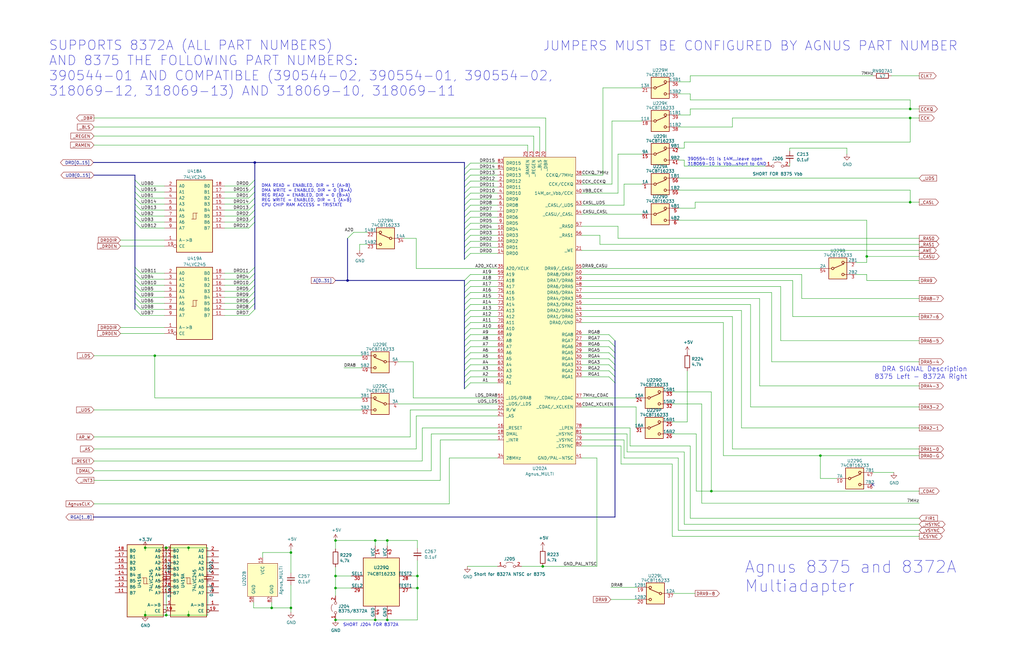
<source format=kicad_sch>
(kicad_sch (version 20230121) (generator eeschema)
  (paper "B")
  (title_block (title "AMIGA PCI") (date "2023-05-28") (rev "1"))
  (junction (at 107.442 68.58))
  (junction (at 146.558 118.364))
  (junction (at 122.682 256.54))
  (junction (at 79.502 231.14))
  (junction (at 163.322 261.62))
  (junction (at 141.478 261.62))
  (junction (at 141.478 228.092))
  (junction (at 61.214 259.588))
  (junction (at 70.104 259.588))
  (junction (at 114.554 256.54))
  (junction (at 70.104 231.14))
  (junction (at 345.948 192.278))
  (junction (at 61.214 231.14))
  (junction (at 141.478 243.078))
  (junction (at 176.022 243.078))
  (junction (at 365.506 108.204))
  (junction (at 141.478 248.158))
  (junction (at 79.502 259.588))
  (junction (at 383.794 49.784))
  (junction (at 228.854 239.014))
  (junction (at 383.794 85.344))
  (junction (at 163.322 228.092))
  (junction (at 158.242 261.62))
  (junction (at 299.974 207.264))
  (junction (at 122.682 233.172))
  (junction (at 65.278 150.114))
  (junction (at 158.242 228.092))
  (junction (at 176.022 248.158))
  (junction (at 383.794 45.974))
  (no_connect (at 368.046 204.47))
  (bus_entry (at 104.902 125.476) (size 2.54 -2.54))
  (bus_entry (at 59.436 93.726) (size -2.54 -2.54))
  (bus_entry (at 198.374 86.614) (size -2.54 2.54))
  (bus_entry (at 198.374 68.834) (size -2.54 2.54))
  (bus_entry (at 256.794 146.304) (size 2.54 2.54))
  (bus_entry (at 104.902 78.486) (size 2.54 -2.54))
  (bus_entry (at 198.374 78.994) (size -2.54 2.54))
  (bus_entry (at 198.374 128.524) (size -2.54 2.54))
  (bus_entry (at 59.436 96.266) (size -2.54 -2.54))
  (bus_entry (at 104.902 122.936) (size 2.54 -2.54))
  (bus_entry (at 198.374 156.464) (size -2.54 2.54))
  (bus_entry (at 198.374 123.444) (size -2.54 2.54))
  (bus_entry (at 256.794 151.384) (size 2.54 2.54))
  (bus_entry (at 104.902 133.096) (size 2.54 -2.54))
  (bus_entry (at 59.436 117.856) (size -2.54 -2.54))
  (bus_entry (at 256.794 141.224) (size 2.54 2.54))
  (bus_entry (at 256.794 143.764) (size 2.54 2.54))
  (bus_entry (at 104.902 88.646) (size 2.54 -2.54))
  (bus_entry (at 104.902 128.016) (size 2.54 -2.54))
  (bus_entry (at 198.374 118.364) (size -2.54 2.54))
  (bus_entry (at 256.794 156.464) (size 2.54 2.54))
  (bus_entry (at 256.794 159.004) (size 2.54 2.54))
  (bus_entry (at 198.374 133.604) (size -2.54 2.54))
  (bus_entry (at 198.374 161.544) (size -2.54 2.54))
  (bus_entry (at 104.902 96.266) (size 2.54 -2.54))
  (bus_entry (at 59.436 91.186) (size -2.54 -2.54))
  (bus_entry (at 198.374 120.904) (size -2.54 2.54))
  (bus_entry (at 198.374 159.004) (size -2.54 2.54))
  (bus_entry (at 198.374 138.684) (size -2.54 2.54))
  (bus_entry (at 198.374 148.844) (size -2.54 2.54))
  (bus_entry (at 198.374 106.934) (size -2.54 2.54))
  (bus_entry (at 59.436 133.096) (size -2.54 -2.54))
  (bus_entry (at 59.436 81.026) (size -2.54 -2.54))
  (bus_entry (at 198.374 101.854) (size -2.54 2.54))
  (bus_entry (at 59.436 115.316) (size -2.54 -2.54))
  (bus_entry (at 104.902 83.566) (size 2.54 -2.54))
  (bus_entry (at 198.374 71.374) (size -2.54 2.54))
  (bus_entry (at 104.902 120.396) (size 2.54 -2.54))
  (bus_entry (at 198.374 76.454) (size -2.54 2.54))
  (bus_entry (at 59.436 83.566) (size -2.54 -2.54))
  (bus_entry (at 198.374 96.774) (size -2.54 2.54))
  (bus_entry (at 59.436 125.476) (size -2.54 -2.54))
  (bus_entry (at 104.902 93.726) (size 2.54 -2.54))
  (bus_entry (at 59.436 122.936) (size -2.54 -2.54))
  (bus_entry (at 198.374 131.064) (size -2.54 2.54))
  (bus_entry (at 198.374 115.824) (size -2.54 2.54))
  (bus_entry (at 198.374 104.394) (size -2.54 2.54))
  (bus_entry (at 198.374 151.384) (size -2.54 2.54))
  (bus_entry (at 104.902 86.106) (size 2.54 -2.54))
  (bus_entry (at 104.902 91.186) (size 2.54 -2.54))
  (bus_entry (at 198.374 73.914) (size -2.54 2.54))
  (bus_entry (at 198.374 141.224) (size -2.54 2.54))
  (bus_entry (at 104.902 81.026) (size 2.54 -2.54))
  (bus_entry (at 198.374 81.534) (size -2.54 2.54))
  (bus_entry (at 256.794 153.924) (size 2.54 2.54))
  (bus_entry (at 256.794 148.844) (size 2.54 2.54))
  (bus_entry (at 198.374 99.314) (size -2.54 2.54))
  (bus_entry (at 104.902 115.316) (size 2.54 -2.54))
  (bus_entry (at 59.436 86.106) (size -2.54 -2.54))
  (bus_entry (at 149.098 98.044) (size -2.54 2.54))
  (bus_entry (at 59.436 88.646) (size -2.54 -2.54))
  (bus_entry (at 59.436 120.396) (size -2.54 -2.54))
  (bus_entry (at 59.436 128.016) (size -2.54 -2.54))
  (bus_entry (at 198.374 146.304) (size -2.54 2.54))
  (bus_entry (at 198.374 84.074) (size -2.54 2.54))
  (bus_entry (at 198.374 91.694) (size -2.54 2.54))
  (bus_entry (at 198.374 143.764) (size -2.54 2.54))
  (bus_entry (at 198.374 153.924) (size -2.54 2.54))
  (bus_entry (at 59.436 78.486) (size -2.54 -2.54))
  (bus_entry (at 104.902 130.556) (size 2.54 -2.54))
  (bus_entry (at 104.902 117.856) (size 2.54 -2.54))
  (bus_entry (at 59.436 130.556) (size -2.54 -2.54))
  (bus_entry (at 198.374 125.984) (size -2.54 2.54))
  (bus_entry (at 198.374 136.144) (size -2.54 2.54))
  (bus_entry (at 198.374 89.154) (size -2.54 2.54))
  (bus_entry (at 198.374 94.234) (size -2.54 2.54))
  (wire (pts (xy 291.084 188.214) (xy 291.084 218.694)))
  (wire (pts (xy 175.514 189.484) (xy 39.624 189.484)))
  (wire (pts (xy 245.364 183.134) (xy 264.414 183.134)))
  (wire (pts (xy 176.022 248.158) (xy 176.022 243.078)))
  (wire (pts (xy 94.742 130.556) (xy 104.902 130.556)))
  (wire (pts (xy 122.682 233.172) (xy 122.682 231.902)))
  (wire (pts (xy 174.244 152.654) (xy 167.894 152.654)))
  (bus (pts (xy 195.834 78.994) (xy 195.834 81.534)))
  (wire (pts (xy 245.364 125.984) (xy 320.294 125.984)))
  (wire (pts (xy 94.742 96.266) (xy 104.902 96.266)))
  (wire (pts (xy 308.864 189.484) (xy 308.864 133.604)))
  (wire (pts (xy 69.342 122.936) (xy 59.436 122.936)))
  (wire (pts (xy 268.224 171.704) (xy 245.364 171.704)))
  (bus (pts (xy 195.834 96.774) (xy 195.834 99.314)))
  (wire (pts (xy 209.804 136.144) (xy 198.374 136.144)))
  (wire (pts (xy 254.254 73.914) (xy 254.254 37.084)))
  (wire (pts (xy 245.364 95.504) (xy 260.604 95.504)))
  (wire (pts (xy 69.342 93.726) (xy 59.436 93.726)))
  (wire (pts (xy 173.482 243.078) (xy 176.022 243.078)))
  (bus (pts (xy 107.442 83.566) (xy 107.442 86.106)))
  (wire (pts (xy 245.364 86.614) (xy 263.144 86.614)))
  (wire (pts (xy 209.804 99.314) (xy 198.374 99.314)))
  (wire (pts (xy 209.804 167.894) (xy 174.244 167.894)))
  (wire (pts (xy 110.744 233.172) (xy 110.744 235.204)))
  (wire (pts (xy 122.682 246.888) (xy 122.682 256.54)))
  (wire (pts (xy 79.502 259.588) (xy 87.63 259.588)))
  (wire (pts (xy 110.744 233.172) (xy 122.682 233.172)))
  (wire (pts (xy 245.364 133.604) (xy 308.864 133.604)))
  (wire (pts (xy 69.342 78.486) (xy 59.436 78.486)))
  (wire (pts (xy 209.804 153.924) (xy 198.374 153.924)))
  (wire (pts (xy 209.804 120.904) (xy 198.374 120.904)))
  (wire (pts (xy 320.294 162.814) (xy 387.604 162.814)))
  (wire (pts (xy 293.116 87.884) (xy 293.116 85.344)))
  (wire (pts (xy 163.322 230.378) (xy 163.322 228.092)))
  (bus (pts (xy 56.896 115.316) (xy 56.896 112.776)))
  (wire (pts (xy 70.104 231.14) (xy 70.104 241.3)))
  (wire (pts (xy 383.794 80.264) (xy 383.794 85.344)))
  (wire (pts (xy 209.804 68.834) (xy 198.374 68.834)))
  (bus (pts (xy 195.834 86.614) (xy 195.834 89.154)))
  (wire (pts (xy 209.804 118.364) (xy 198.374 118.364)))
  (wire (pts (xy 245.364 81.534) (xy 260.604 81.534)))
  (bus (pts (xy 195.834 159.004) (xy 195.834 161.544)))
  (wire (pts (xy 209.804 96.774) (xy 198.374 96.774)))
  (wire (pts (xy 176.022 228.092) (xy 163.322 228.092)))
  (bus (pts (xy 259.334 218.186) (xy 39.37 218.186)))
  (wire (pts (xy 268.224 180.594) (xy 268.224 171.704)))
  (wire (pts (xy 387.604 125.984) (xy 338.074 125.984)))
  (wire (pts (xy 69.342 86.106) (xy 59.436 86.106)))
  (wire (pts (xy 209.804 172.974) (xy 172.974 172.974)))
  (wire (pts (xy 316.484 171.704) (xy 316.484 128.524)))
  (bus (pts (xy 107.442 125.476) (xy 107.442 128.016)))
  (bus (pts (xy 195.834 106.934) (xy 195.834 109.474)))
  (wire (pts (xy 209.804 115.824) (xy 198.374 115.824)))
  (wire (pts (xy 329.184 120.904) (xy 329.184 143.764)))
  (wire (pts (xy 295.91 212.344) (xy 387.604 212.344)))
  (wire (pts (xy 141.478 261.62) (xy 158.242 261.62)))
  (bus (pts (xy 56.896 91.186) (xy 56.896 88.646)))
  (wire (pts (xy 332.994 68.834) (xy 332.994 70.104)))
  (wire (pts (xy 265.684 188.214) (xy 291.084 188.214)))
  (wire (pts (xy 175.514 113.284) (xy 209.804 113.284)))
  (wire (pts (xy 245.364 136.144) (xy 305.054 136.144)))
  (wire (pts (xy 263.144 77.724) (xy 270.764 77.724)))
  (wire (pts (xy 387.604 189.484) (xy 308.864 189.484)))
  (wire (pts (xy 357.124 65.024) (xy 357.124 62.484)))
  (wire (pts (xy 245.364 90.424) (xy 270.764 90.424)))
  (wire (pts (xy 387.604 152.654) (xy 325.374 152.654)))
  (wire (pts (xy 148.082 248.158) (xy 141.478 248.158)))
  (wire (pts (xy 87.63 246.38) (xy 87.63 259.588)))
  (wire (pts (xy 288.544 62.484) (xy 288.544 59.944)))
  (wire (pts (xy 291.084 32.004) (xy 368.3 32.004)))
  (wire (pts (xy 288.544 59.944) (xy 383.794 59.944)))
  (wire (pts (xy 365.506 118.364) (xy 387.604 118.364)))
  (bus (pts (xy 56.896 128.016) (xy 56.896 125.476)))
  (wire (pts (xy 289.814 156.464) (xy 289.814 178.054)))
  (wire (pts (xy 245.364 128.524) (xy 316.484 128.524)))
  (bus (pts (xy 107.442 93.726) (xy 107.442 112.776)))
  (wire (pts (xy 291.084 39.624) (xy 291.084 42.164)))
  (wire (pts (xy 383.794 59.944) (xy 383.794 49.784)))
  (wire (pts (xy 368.046 199.39) (xy 376.936 199.39)))
  (wire (pts (xy 69.342 125.476) (xy 59.436 125.476)))
  (wire (pts (xy 185.674 202.692) (xy 39.624 202.692)))
  (wire (pts (xy 209.804 183.134) (xy 181.864 183.134)))
  (bus (pts (xy 56.896 81.026) (xy 56.896 78.486)))
  (wire (pts (xy 322.834 70.104) (xy 288.544 70.104)))
  (wire (pts (xy 172.974 172.974) (xy 172.974 184.404)))
  (bus (pts (xy 39.37 68.58) (xy 107.442 68.58)))
  (wire (pts (xy 245.364 143.764) (xy 256.794 143.764)))
  (bus (pts (xy 56.896 120.396) (xy 56.896 117.856)))
  (wire (pts (xy 383.794 45.974) (xy 387.604 45.974)))
  (wire (pts (xy 245.364 185.674) (xy 263.144 185.674)))
  (wire (pts (xy 178.054 194.564) (xy 39.624 194.564)))
  (wire (pts (xy 230.124 63.754) (xy 230.124 49.784)))
  (wire (pts (xy 158.242 228.092) (xy 141.478 228.092)))
  (wire (pts (xy 94.742 86.106) (xy 104.902 86.106)))
  (wire (pts (xy 299.974 207.264) (xy 293.624 207.264)))
  (wire (pts (xy 209.804 94.234) (xy 198.374 94.234)))
  (wire (pts (xy 245.364 167.894) (xy 268.224 167.894)))
  (bus (pts (xy 39.624 73.914) (xy 56.896 73.914)))
  (wire (pts (xy 291.084 48.514) (xy 291.084 45.974)))
  (bus (pts (xy 195.834 156.464) (xy 195.834 159.004)))
  (wire (pts (xy 251.714 239.014) (xy 228.854 239.014)))
  (wire (pts (xy 178.054 180.594) (xy 178.054 194.564)))
  (wire (pts (xy 69.342 140.716) (xy 50.8 140.716)))
  (wire (pts (xy 106.934 256.54) (xy 106.934 254.254)))
  (wire (pts (xy 283.464 170.434) (xy 295.91 170.434)))
  (wire (pts (xy 263.144 185.674) (xy 263.144 193.294)))
  (wire (pts (xy 158.242 228.092) (xy 158.242 230.378)))
  (wire (pts (xy 209.804 185.674) (xy 185.674 185.674)))
  (wire (pts (xy 209.804 175.514) (xy 175.514 175.514)))
  (wire (pts (xy 79.502 231.14) (xy 87.63 231.14)))
  (wire (pts (xy 245.364 180.594) (xy 265.684 180.594)))
  (wire (pts (xy 209.804 148.844) (xy 198.374 148.844)))
  (wire (pts (xy 209.804 193.294) (xy 189.484 193.294)))
  (wire (pts (xy 94.742 91.186) (xy 104.902 91.186)))
  (wire (pts (xy 69.342 128.016) (xy 59.436 128.016)))
  (wire (pts (xy 69.342 91.186) (xy 59.436 91.186)))
  (wire (pts (xy 365.506 115.824) (xy 365.506 118.364)))
  (bus (pts (xy 259.334 156.464) (xy 259.334 159.004)))
  (wire (pts (xy 360.934 110.744) (xy 365.506 110.744)))
  (wire (pts (xy 175.514 175.514) (xy 175.514 189.484)))
  (wire (pts (xy 286.004 34.544) (xy 291.084 34.544)))
  (wire (pts (xy 141.478 228.092) (xy 141.478 231.648)))
  (bus (pts (xy 195.834 89.154) (xy 195.834 91.694)))
  (wire (pts (xy 141.478 248.158) (xy 141.478 251.46)))
  (bus (pts (xy 195.834 101.854) (xy 195.834 104.394)))
  (wire (pts (xy 263.144 193.294) (xy 286.004 193.294)))
  (wire (pts (xy 245.364 77.724) (xy 258.064 77.724)))
  (wire (pts (xy 69.342 83.566) (xy 59.436 83.566)))
  (wire (pts (xy 209.804 131.064) (xy 198.374 131.064)))
  (wire (pts (xy 170.18 100.584) (xy 175.514 100.584)))
  (wire (pts (xy 69.342 88.646) (xy 59.436 88.646)))
  (wire (pts (xy 245.364 148.844) (xy 256.794 148.844)))
  (wire (pts (xy 87.63 241.3) (xy 87.63 231.14)))
  (wire (pts (xy 209.804 125.984) (xy 198.374 125.984)))
  (wire (pts (xy 152.654 155.194) (xy 145.034 155.194)))
  (wire (pts (xy 293.116 85.344) (xy 383.794 85.344)))
  (bus (pts (xy 195.834 161.544) (xy 195.834 164.084)))
  (wire (pts (xy 209.804 180.594) (xy 178.054 180.594)))
  (wire (pts (xy 260.604 81.534) (xy 260.604 65.024)))
  (bus (pts (xy 195.834 118.364) (xy 146.558 118.364)))
  (wire (pts (xy 245.364 193.294) (xy 251.714 193.294)))
  (bus (pts (xy 56.896 75.946) (xy 56.896 73.914)))
  (wire (pts (xy 94.742 133.096) (xy 104.902 133.096)))
  (wire (pts (xy 122.682 256.54) (xy 122.682 258.318)))
  (wire (pts (xy 283.464 183.134) (xy 293.624 183.134)))
  (wire (pts (xy 225.044 63.754) (xy 225.044 57.404)))
  (wire (pts (xy 70.104 259.588) (xy 79.502 259.588)))
  (wire (pts (xy 308.864 49.784) (xy 383.794 49.784)))
  (wire (pts (xy 291.084 34.544) (xy 291.084 32.004)))
  (wire (pts (xy 94.742 120.396) (xy 104.902 120.396)))
  (bus (pts (xy 195.834 118.364) (xy 195.834 120.904)))
  (wire (pts (xy 332.994 62.484) (xy 357.124 62.484)))
  (wire (pts (xy 176.022 261.62) (xy 176.022 248.158)))
  (bus (pts (xy 56.896 130.556) (xy 56.896 128.016)))
  (wire (pts (xy 94.742 81.026) (xy 104.902 81.026)))
  (bus (pts (xy 107.442 78.486) (xy 107.442 81.026)))
  (wire (pts (xy 263.144 86.614) (xy 263.144 77.724)))
  (wire (pts (xy 141.478 248.158) (xy 141.478 243.078)))
  (wire (pts (xy 163.322 261.62) (xy 158.242 261.62)))
  (wire (pts (xy 299.974 207.264) (xy 387.604 207.264)))
  (bus (pts (xy 107.442 75.946) (xy 107.442 78.486)))
  (wire (pts (xy 69.342 133.096) (xy 59.436 133.096)))
  (wire (pts (xy 209.804 239.014) (xy 197.104 239.014)))
  (wire (pts (xy 286.004 92.964) (xy 365.506 92.964)))
  (bus (pts (xy 259.334 159.004) (xy 259.334 161.544)))
  (wire (pts (xy 260.604 100.584) (xy 387.604 100.584)))
  (wire (pts (xy 325.374 152.654) (xy 325.374 123.444)))
  (wire (pts (xy 293.624 183.134) (xy 293.624 207.264)))
  (wire (pts (xy 114.554 256.54) (xy 114.554 254.254)))
  (wire (pts (xy 299.974 165.354) (xy 299.974 207.264)))
  (wire (pts (xy 283.972 250.444) (xy 293.116 250.444)))
  (bus (pts (xy 259.334 153.924) (xy 259.334 156.464)))
  (wire (pts (xy 163.322 261.62) (xy 176.022 261.62)))
  (wire (pts (xy 189.484 193.294) (xy 189.484 212.598)))
  (wire (pts (xy 286.004 193.294) (xy 286.004 223.774)))
  (wire (pts (xy 283.464 226.314) (xy 387.604 226.314)))
  (wire (pts (xy 225.044 57.404) (xy 39.624 57.404)))
  (wire (pts (xy 209.804 128.524) (xy 198.374 128.524)))
  (wire (pts (xy 345.948 201.93) (xy 345.948 192.278)))
  (wire (pts (xy 312.674 180.594) (xy 387.604 180.594)))
  (wire (pts (xy 209.804 170.434) (xy 167.894 170.434)))
  (wire (pts (xy 185.674 185.674) (xy 185.674 202.692)))
  (wire (pts (xy 94.742 115.316) (xy 104.902 115.316)))
  (wire (pts (xy 345.948 192.278) (xy 387.604 192.278)))
  (bus (pts (xy 56.896 112.776) (xy 56.896 93.726)))
  (wire (pts (xy 252.984 103.124) (xy 252.984 99.314)))
  (wire (pts (xy 288.544 67.564) (xy 288.544 70.104)))
  (wire (pts (xy 352.806 201.93) (xy 345.948 201.93)))
  (wire (pts (xy 308.864 53.594) (xy 308.864 49.784)))
  (wire (pts (xy 69.342 96.266) (xy 59.436 96.266)))
  (wire (pts (xy 245.364 123.444) (xy 325.374 123.444)))
  (bus (pts (xy 195.834 131.064) (xy 195.834 133.604)))
  (bus (pts (xy 195.834 141.224) (xy 195.834 143.764)))
  (wire (pts (xy 268.732 247.904) (xy 257.556 247.904)))
  (bus (pts (xy 195.834 120.904) (xy 195.834 123.444)))
  (wire (pts (xy 254.254 37.084) (xy 270.764 37.084)))
  (bus (pts (xy 56.896 122.936) (xy 56.896 120.396)))
  (bus (pts (xy 259.334 151.384) (xy 259.334 153.924)))
  (wire (pts (xy 383.794 49.784) (xy 387.604 49.784)))
  (bus (pts (xy 195.834 153.924) (xy 195.834 156.464)))
  (wire (pts (xy 176.022 231.394) (xy 176.022 228.092)))
  (wire (pts (xy 260.604 95.504) (xy 260.604 100.584)))
  (bus (pts (xy 195.834 71.374) (xy 195.834 73.914)))
  (wire (pts (xy 69.342 138.176) (xy 50.8 138.176)))
  (bus (pts (xy 195.834 136.144) (xy 195.834 138.684)))
  (wire (pts (xy 387.604 133.604) (xy 334.264 133.604)))
  (wire (pts (xy 174.244 167.894) (xy 174.244 152.654)))
  (wire (pts (xy 286.004 48.514) (xy 291.084 48.514)))
  (wire (pts (xy 209.804 123.444) (xy 198.374 123.444)))
  (wire (pts (xy 245.364 188.214) (xy 261.874 188.214)))
  (wire (pts (xy 175.514 100.584) (xy 175.514 113.284)))
  (wire (pts (xy 261.874 195.834) (xy 283.464 195.834)))
  (wire (pts (xy 245.364 105.664) (xy 387.604 105.664)))
  (wire (pts (xy 252.984 103.124) (xy 387.604 103.124)))
  (wire (pts (xy 261.874 188.214) (xy 261.874 195.834)))
  (wire (pts (xy 149.098 98.044) (xy 154.94 98.044)))
  (wire (pts (xy 286.004 87.884) (xy 293.116 87.884)))
  (bus (pts (xy 195.834 143.764) (xy 195.834 146.304)))
  (bus (pts (xy 195.834 81.534) (xy 195.834 84.074)))
  (wire (pts (xy 264.414 190.754) (xy 288.544 190.754)))
  (wire (pts (xy 260.604 65.024) (xy 270.764 65.024)))
  (wire (pts (xy 151.638 103.124) (xy 154.94 103.124)))
  (bus (pts (xy 56.896 125.476) (xy 56.896 122.936)))
  (wire (pts (xy 79.502 257.81) (xy 79.502 259.588)))
  (wire (pts (xy 283.464 178.054) (xy 289.814 178.054)))
  (wire (pts (xy 114.554 256.54) (xy 122.682 256.54)))
  (wire (pts (xy 176.022 243.078) (xy 176.022 236.474)))
  (bus (pts (xy 107.442 88.646) (xy 107.442 91.186)))
  (wire (pts (xy 286.004 80.264) (xy 383.794 80.264)))
  (wire (pts (xy 286.004 53.594) (xy 308.864 53.594)))
  (bus (pts (xy 259.334 146.304) (xy 259.334 148.844)))
  (wire (pts (xy 94.742 88.646) (xy 104.902 88.646)))
  (wire (pts (xy 230.124 49.784) (xy 39.624 49.784)))
  (wire (pts (xy 227.584 53.594) (xy 39.624 53.594)))
  (wire (pts (xy 375.92 32.004) (xy 387.604 32.004)))
  (bus (pts (xy 107.442 128.016) (xy 107.442 130.556)))
  (wire (pts (xy 338.074 125.984) (xy 338.074 115.824)))
  (wire (pts (xy 291.084 42.164) (xy 383.794 42.164)))
  (wire (pts (xy 295.91 170.434) (xy 295.91 212.344)))
  (bus (pts (xy 195.834 123.444) (xy 195.834 125.984)))
  (wire (pts (xy 305.054 192.278) (xy 345.948 192.278)))
  (wire (pts (xy 106.934 256.54) (xy 114.554 256.54)))
  (wire (pts (xy 209.804 76.454) (xy 198.374 76.454)))
  (bus (pts (xy 195.834 68.58) (xy 195.834 71.374)))
  (bus (pts (xy 195.834 128.524) (xy 195.834 131.064)))
  (wire (pts (xy 61.214 231.14) (xy 61.214 232.41)))
  (wire (pts (xy 209.804 104.394) (xy 198.374 104.394)))
  (wire (pts (xy 94.742 78.486) (xy 104.902 78.486)))
  (bus (pts (xy 56.896 83.566) (xy 56.896 81.026)))
  (wire (pts (xy 291.084 45.974) (xy 383.794 45.974)))
  (wire (pts (xy 158.242 261.62) (xy 158.242 260.858)))
  (wire (pts (xy 286.004 223.774) (xy 387.604 223.774)))
  (wire (pts (xy 286.004 39.624) (xy 291.084 39.624)))
  (bus (pts (xy 107.442 68.58) (xy 107.442 75.946)))
  (wire (pts (xy 365.506 92.964) (xy 365.506 108.204)))
  (bus (pts (xy 107.442 122.936) (xy 107.442 125.476)))
  (wire (pts (xy 334.264 133.604) (xy 334.264 118.364)))
  (wire (pts (xy 209.804 138.684) (xy 198.374 138.684)))
  (wire (pts (xy 69.342 103.886) (xy 50.8 103.886)))
  (wire (pts (xy 209.804 89.154) (xy 198.374 89.154)))
  (wire (pts (xy 94.742 83.566) (xy 104.902 83.566)))
  (bus (pts (xy 141.478 118.364) (xy 146.558 118.364)))
  (bus (pts (xy 195.834 91.694) (xy 195.834 94.234)))
  (wire (pts (xy 245.364 113.284) (xy 345.694 113.284)))
  (wire (pts (xy 209.804 73.914) (xy 198.374 73.914)))
  (wire (pts (xy 245.364 151.384) (xy 256.794 151.384)))
  (wire (pts (xy 245.364 120.904) (xy 329.184 120.904)))
  (wire (pts (xy 332.994 62.484) (xy 332.994 63.754)))
  (wire (pts (xy 65.278 150.114) (xy 152.654 150.114)))
  (wire (pts (xy 209.804 159.004) (xy 198.374 159.004)))
  (wire (pts (xy 245.364 115.824) (xy 338.074 115.824)))
  (wire (pts (xy 383.794 42.164) (xy 383.794 45.974)))
  (wire (pts (xy 365.506 110.744) (xy 365.506 108.204)))
  (wire (pts (xy 69.342 120.396) (xy 59.436 120.396)))
  (wire (pts (xy 65.278 167.894) (xy 152.654 167.894)))
  (bus (pts (xy 56.896 93.726) (xy 56.896 91.186)))
  (wire (pts (xy 209.804 143.764) (xy 198.374 143.764)))
  (wire (pts (xy 227.584 63.754) (xy 227.584 53.594)))
  (wire (pts (xy 163.322 260.858) (xy 163.322 261.62)))
  (wire (pts (xy 141.478 239.268) (xy 141.478 243.078)))
  (wire (pts (xy 209.804 81.534) (xy 198.374 81.534)))
  (wire (pts (xy 365.506 108.204) (xy 387.604 108.204)))
  (wire (pts (xy 288.544 221.234) (xy 387.604 221.234)))
  (bus (pts (xy 195.834 104.394) (xy 195.834 106.934)))
  (wire (pts (xy 265.684 180.594) (xy 265.684 188.214)))
  (bus (pts (xy 107.442 112.776) (xy 107.442 115.316)))
  (bus (pts (xy 56.896 78.486) (xy 56.896 75.946)))
  (wire (pts (xy 209.804 91.694) (xy 198.374 91.694)))
  (wire (pts (xy 65.278 150.114) (xy 65.278 167.894)))
  (wire (pts (xy 61.214 231.14) (xy 70.104 231.14)))
  (wire (pts (xy 245.364 141.224) (xy 256.794 141.224)))
  (bus (pts (xy 195.834 133.604) (xy 195.834 136.144)))
  (wire (pts (xy 360.934 115.824) (xy 365.506 115.824)))
  (bus (pts (xy 195.834 125.984) (xy 195.834 128.524)))
  (wire (pts (xy 291.084 218.694) (xy 387.604 218.694)))
  (bus (pts (xy 195.834 138.684) (xy 195.834 141.224)))
  (wire (pts (xy 245.364 153.924) (xy 256.794 153.924)))
  (wire (pts (xy 61.214 259.588) (xy 61.214 257.81)))
  (wire (pts (xy 209.804 156.464) (xy 198.374 156.464)))
  (bus (pts (xy 107.442 91.186) (xy 107.442 93.726)))
  (bus (pts (xy 195.834 151.384) (xy 195.834 153.924)))
  (wire (pts (xy 209.804 161.544) (xy 198.374 161.544)))
  (wire (pts (xy 209.804 84.074) (xy 198.374 84.074)))
  (wire (pts (xy 245.364 131.064) (xy 312.674 131.064)))
  (wire (pts (xy 69.342 101.346) (xy 50.8 101.346)))
  (wire (pts (xy 209.804 78.994) (xy 198.374 78.994)))
  (wire (pts (xy 283.464 165.354) (xy 299.974 165.354)))
  (bus (pts (xy 195.834 146.304) (xy 195.834 148.844)))
  (wire (pts (xy 245.364 146.304) (xy 256.794 146.304)))
  (bus (pts (xy 56.896 117.856) (xy 56.896 115.316)))
  (wire (pts (xy 172.974 184.404) (xy 39.624 184.404)))
  (wire (pts (xy 209.804 86.614) (xy 198.374 86.614)))
  (wire (pts (xy 264.414 183.134) (xy 264.414 190.754)))
  (wire (pts (xy 94.742 93.726) (xy 104.902 93.726)))
  (wire (pts (xy 69.342 117.856) (xy 59.436 117.856)))
  (wire (pts (xy 252.984 99.314) (xy 245.364 99.314)))
  (bus (pts (xy 259.334 161.544) (xy 259.334 218.186)))
  (bus (pts (xy 107.442 117.856) (xy 107.442 120.396)))
  (wire (pts (xy 305.054 192.278) (xy 305.054 136.144)))
  (wire (pts (xy 268.732 252.984) (xy 257.556 252.984)))
  (wire (pts (xy 228.854 239.014) (xy 219.964 239.014)))
  (bus (pts (xy 56.896 88.646) (xy 56.896 86.106)))
  (wire (pts (xy 69.342 115.316) (xy 59.436 115.316)))
  (bus (pts (xy 56.896 86.106) (xy 56.896 83.566)))
  (bus (pts (xy 195.834 73.914) (xy 195.834 76.454)))
  (wire (pts (xy 151.638 103.124) (xy 151.638 105.664)))
  (wire (pts (xy 122.682 233.172) (xy 122.682 241.808)))
  (bus (pts (xy 195.834 148.844) (xy 195.834 151.384)))
  (wire (pts (xy 94.742 125.476) (xy 104.902 125.476)))
  (wire (pts (xy 209.804 146.304) (xy 198.374 146.304)))
  (wire (pts (xy 209.804 151.384) (xy 198.374 151.384)))
  (wire (pts (xy 209.804 133.604) (xy 198.374 133.604)))
  (bus (pts (xy 107.442 86.106) (xy 107.442 88.646)))
  (bus (pts (xy 146.558 100.584) (xy 146.558 118.364)))
  (wire (pts (xy 39.624 150.114) (xy 65.278 150.114)))
  (wire (pts (xy 286.004 62.484) (xy 288.544 62.484)))
  (wire (pts (xy 94.742 122.936) (xy 104.902 122.936)))
  (bus (pts (xy 259.334 148.844) (xy 259.334 151.384)))
  (bus (pts (xy 107.442 81.026) (xy 107.442 83.566)))
  (wire (pts (xy 320.294 162.814) (xy 320.294 125.984)))
  (wire (pts (xy 312.674 131.064) (xy 312.674 180.594)))
  (bus (pts (xy 195.834 99.314) (xy 195.834 101.854)))
  (wire (pts (xy 329.184 143.764) (xy 387.604 143.764)))
  (wire (pts (xy 286.004 75.184) (xy 387.604 75.184)))
  (wire (pts (xy 383.794 85.344) (xy 387.604 85.344)))
  (wire (pts (xy 173.482 248.158) (xy 176.022 248.158)))
  (wire (pts (xy 387.604 171.704) (xy 316.484 171.704)))
  (wire (pts (xy 181.864 198.628) (xy 39.624 198.628)))
  (bus (pts (xy 107.442 120.396) (xy 107.442 122.936)))
  (wire (pts (xy 69.342 130.556) (xy 59.436 130.556)))
  (wire (pts (xy 258.064 51.054) (xy 270.764 51.054)))
  (wire (pts (xy 79.502 231.14) (xy 79.502 232.41)))
  (wire (pts (xy 209.804 106.934) (xy 198.374 106.934)))
  (wire (pts (xy 245.364 73.914) (xy 254.254 73.914)))
  (wire (pts (xy 245.364 159.004) (xy 256.794 159.004)))
  (wire (pts (xy 61.214 259.588) (xy 70.104 259.588)))
  (wire (pts (xy 251.714 193.294) (xy 251.714 239.014)))
  (wire (pts (xy 94.742 128.016) (xy 104.902 128.016)))
  (wire (pts (xy 39.624 172.974) (xy 152.654 172.974)))
  (wire (pts (xy 70.104 231.14) (xy 79.502 231.14)))
  (wire (pts (xy 209.804 141.224) (xy 198.374 141.224)))
  (wire (pts (xy 69.342 81.026) (xy 59.436 81.026)))
  (bus (pts (xy 107.442 68.58) (xy 195.834 68.58)))
  (wire (pts (xy 258.064 77.724) (xy 258.064 51.054)))
  (wire (pts (xy 245.364 156.464) (xy 256.794 156.464)))
  (wire (pts (xy 222.504 61.214) (xy 39.624 61.214)))
  (bus (pts (xy 107.442 115.316) (xy 107.442 117.856)))
  (wire (pts (xy 209.804 71.374) (xy 198.374 71.374)))
  (wire (pts (xy 222.504 63.754) (xy 222.504 61.214)))
  (wire (pts (xy 141.478 243.078) (xy 148.082 243.078)))
  (wire (pts (xy 288.544 190.754) (xy 288.544 221.234)))
  (bus (pts (xy 259.334 143.764) (xy 259.334 146.304)))
  (wire (pts (xy 209.804 101.854) (xy 198.374 101.854)))
  (wire (pts (xy 163.322 228.092) (xy 158.242 228.092)))
  (wire (pts (xy 70.104 246.38) (xy 70.104 259.588)))
  (wire (pts (xy 283.464 195.834) (xy 283.464 226.314)))
  (bus (pts (xy 195.834 94.234) (xy 195.834 96.774)))
  (wire (pts (xy 286.004 67.564) (xy 288.544 67.564)))
  (bus (pts (xy 195.834 76.454) (xy 195.834 78.994)))
  (wire (pts (xy 181.864 183.134) (xy 181.864 198.628)))
  (wire (pts (xy 39.624 212.598) (xy 189.484 212.598)))
  (wire (pts (xy 245.364 118.364) (xy 334.264 118.364)))
  (bus (pts (xy 195.834 84.074) (xy 195.834 86.614)))
  (wire (pts (xy 94.742 117.856) (xy 104.902 117.856)))
  (text "SHORT J204 FOR 8372A" (at 144.653 264.541 0) (effects (font (size 1.27 1.27)) (justify left bottom)))
  (text "DMA READ = ENABLED, DIR = 1 (A>B)\nDMA WRITE = ENABLED, DIR = 0 (B>A)\nREG READ = ENABLED, DIR = 0 (B>A)\nREG WRITE = ENABLED, DIR = 1 (A>B)\nCPU CHIP RAM ACCESS = TRISTATE" (at 110.236 87.376 0) (effects (font (size 1.27 1.27)) (justify left bottom)))
  (text "DRA SIGNAL Description\n8375 Left - 8372A Right" (at 407.924 160.274 0) (effects (font (size 2.0066 2.0066)) (justify right bottom)))
  (text "Agnus 8375 and 8372A\nMultiadapter" (at 313.944 250.444 0) (effects (font (size 5.0038 5.0038)) (justify left bottom)))
  (text "JUMPERS MUST BE CONFIGURED BY AGNUS PART NUMBER" (at 228.854 21.844 0) (effects (font (size 3.9878 3.9878)) (justify left bottom)))
  (text "SUPPORTS 8372A (ALL PART NUMBERS)\nAND 8375 THE FOLLOWING PART NUMBERS:\n390544-01 AND COMPATIBLE (390544-02, 390554-01, 390554-02, \n318069-12, 318069-13) AND 318069-10, 318069-11" (at 20.574 40.894 0) (effects (font (size 3.9878 3.9878)) (justify left bottom)))
  (text "390554-01 is 14M...leave open\n318069-10 is Vbb...short to GND" (at 289.814 70.104 0) (effects (font (size 1.2954 1.2954)) (justify left bottom)))
  (label "RGA7" (at 247.904 143.764 0) (effects (font (size 1.2954 1.2954))))
  (label "CCK_CCKQ" (at 245.364 77.724 0))
  (label "A16" (at 203.454 123.444 0) (effects (font (size 1.2954 1.2954))))
  (label "DRA8" (at 257.556 247.904 0))
  (label "DRD12" (at 104.902 96.266 180) (effects (font (size 1.2954 1.2954))))
  (label "7MHz" (at 387.604 212.344 180))
  (label "A19" (at 203.454 115.824 0) (effects (font (size 1.2954 1.2954))))
  (label "UDB14" (at 59.436 86.106 0) (effects (font (size 1.2954 1.2954))))
  (label "DRA8" (at 145.034 155.194 0))
  (label "A17" (at 203.454 120.904 0) (effects (font (size 1.2954 1.2954))))
  (label "DRA9_CASU" (at 245.364 113.284 0))
  (label "A1" (at 203.454 161.544 0) (effects (font (size 1.2954 1.2954))))
  (label "A9" (at 203.454 141.224 0) (effects (font (size 1.2954 1.2954))))
  (label "UDB8" (at 59.436 130.556 0) (effects (font (size 1.2954 1.2954))))
  (label "UDB4" (at 59.436 117.856 0) (effects (font (size 1.2954 1.2954))))
  (label "UDB1" (at 59.436 83.566 0) (effects (font (size 1.2954 1.2954))))
  (label "A20_XCLK" (at 209.804 113.284 180))
  (label "UDB3" (at 59.436 93.726 0) (effects (font (size 1.2954 1.2954))))
  (label "UDB13" (at 59.436 88.646 0) (effects (font (size 1.2954 1.2954))))
  (label "A12" (at 203.454 133.604 0) (effects (font (size 1.2954 1.2954))))
  (label "DRD15" (at 104.902 81.026 180) (effects (font (size 1.2954 1.2954))))
  (label "CDAC_XCLKEN" (at 245.364 171.704 0))
  (label "UDB12" (at 59.436 96.266 0) (effects (font (size 1.2954 1.2954))))
  (label "DRD5" (at 104.902 122.936 180) (effects (font (size 1.2954 1.2954))))
  (label "DRD9" (at 202.184 84.074 0) (effects (font (size 1.2954 1.2954))))
  (label "A8" (at 203.454 143.764 0) (effects (font (size 1.2954 1.2954))))
  (label "A5" (at 203.454 151.384 0) (effects (font (size 1.2954 1.2954))))
  (label "LDS_DRA8" (at 209.804 167.894 180))
  (label "UDB10" (at 59.436 120.396 0) (effects (font (size 1.2954 1.2954))))
  (label "DRD10" (at 202.184 81.534 0) (effects (font (size 1.2954 1.2954))))
  (label "UDB11" (at 59.436 115.316 0) (effects (font (size 1.2954 1.2954))))
  (label "DRD15" (at 202.184 68.834 0) (effects (font (size 1.2954 1.2954))))
  (label "RGA2" (at 247.904 156.464 0) (effects (font (size 1.2954 1.2954))))
  (label "UDB2" (at 59.436 91.186 0) (effects (font (size 1.2954 1.2954))))
  (label "DRD13" (at 202.184 73.914 0) (effects (font (size 1.2954 1.2954))))
  (label "UDB15" (at 59.436 81.026 0) (effects (font (size 1.2954 1.2954))))
  (label "UDB7" (at 59.436 133.096 0) (effects (font (size 1.2954 1.2954))))
  (label "DRD7" (at 104.902 133.096 180) (effects (font (size 1.2954 1.2954))))
  (label "DRD3" (at 104.902 93.726 180) (effects (font (size 1.2954 1.2954))))
  (label "A13" (at 203.454 131.064 0) (effects (font (size 1.2954 1.2954))))
  (label "DRD3" (at 202.184 99.314 0) (effects (font (size 1.2954 1.2954))))
  (label "A2" (at 203.454 159.004 0) (effects (font (size 1.2954 1.2954))))
  (label "RGA1" (at 247.904 159.004 0) (effects (font (size 1.2954 1.2954))))
  (label "DRD1" (at 104.902 83.566 180) (effects (font (size 1.2954 1.2954))))
  (label "CCKQ_7MHz" (at 245.364 73.914 0))
  (label "CASU_CASL" (at 245.618 90.424 0))
  (label "7MHz" (at 368.3 32.004 180))
  (label "DRD1" (at 202.184 104.394 0) (effects (font (size 1.2954 1.2954))))
  (label "VBB_CCK" (at 245.618 81.534 0))
  (label "DRD6" (at 202.184 91.694 0) (effects (font (size 1.2954 1.2954))))
  (label "UDB9" (at 59.436 125.476 0) (effects (font (size 1.2954 1.2954))))
  (label "DRD14" (at 202.184 71.374 0) (effects (font (size 1.2954 1.2954))))
  (label "A6" (at 203.454 148.844 0) (effects (font (size 1.2954 1.2954))))
  (label "RGA6" (at 247.904 146.304 0) (effects (font (size 1.2954 1.2954))))
  (label "DRD11" (at 202.184 78.994 0) (effects (font (size 1.2954 1.2954))))
  (label "DRD2" (at 202.184 101.854 0) (effects (font (size 1.2954 1.2954))))
  (label "A7" (at 203.454 146.304 0) (effects (font (size 1.2954 1.2954))))
  (label "DRD2" (at 104.902 91.186 180) (effects (font (size 1.2954 1.2954))))
  (label "DRD8" (at 104.902 130.556 180) (effects (font (size 1.2954 1.2954))))
  (label "DRD14" (at 104.902 86.106 180) (effects (font (size 1.2954 1.2954))))
  (label "DRD4" (at 202.184 96.774 0) (effects (font (size 1.2954 1.2954))))
  (label "A4" (at 203.454 153.924 0) (effects (font (size 1.2954 1.2954))))
  (label "A20" (at 149.098 98.044 180) (effects (font (size 1.2954 1.2954))))
  (label "A15" (at 203.454 125.984 0) (effects (font (size 1.2954 1.2954))))
  (label "A10" (at 203.454 138.684 0) (effects (font (size 1.2954 1.2954))))
  (label "RGA8" (at 247.904 141.224 0) (effects (font (size 1.2954 1.2954))))
  (label "RGA4" (at 247.904 151.384 0) (effects (font (size 1.2954 1.2954))))
  (label "A18" (at 203.454 118.364 0) (effects (font (size 1.2954 1.2954))))
  (label "DRD12" (at 202.184 76.454 0) (effects (font (size 1.2954 1.2954))))
  (label "DRD4" (at 104.902 117.856 180) (effects (font (size 1.2954 1.2954))))
  (label "UDB0" (at 59.436 78.486 0) (effects (font (size 1.2954 1.2954))))
  (label "RGA3" (at 247.904 153.924 0) (effects (font (size 1.2954 1.2954))))
  (label "DRD0" (at 104.902 78.486 180) (effects (font (size 1.2954 1.2954))))
  (label "A3" (at 203.454 156.464 0) (effects (font (size 1.2954 1.2954))))
  (label "DRD9" (at 104.902 125.476 180) (effects (font (size 1.2954 1.2954))))
  (label "UDS_LDS" (at 209.804 170.434 180))
  (label "DRD7" (at 202.184 89.154 0) (effects (font (size 1.2954 1.2954))))
  (label "CASL_UDS" (at 245.618 86.614 0))
  (label "UDB5" (at 59.436 122.936 0) (effects (font (size 1.2954 1.2954))))
  (label "A14" (at 203.454 128.524 0) (effects (font (size 1.2954 1.2954))))
  (label "UDB6" (at 59.436 128.016 0) (effects (font (size 1.2954 1.2954))))
  (label "GND_PAL_NTSC" (at 251.714 239.014 180))
  (label "7MHz_CDAC" (at 245.618 167.894 0))
  (label "DRD5" (at 202.184 94.234 0) (effects (font (size 1.2954 1.2954))))
  (label "DRD13" (at 104.902 88.646 180) (effects (font (size 1.2954 1.2954))))
  (label "RGA5" (at 247.904 148.844 0) (effects (font (size 1.2954 1.2954))))
  (label "DRD10" (at 104.902 120.396 180) (effects (font (size 1.2954 1.2954))))
  (label "DRD0" (at 202.184 106.934 0) (effects (font (size 1.2954 1.2954))))
  (label "A11" (at 203.454 136.144 0) (effects (font (size 1.2954 1.2954))))
  (label "DRD8" (at 202.184 86.614 0) (effects (font (size 1.2954 1.2954))))
  (label "DRD11" (at 104.902 115.316 180) (effects (font (size 1.2954 1.2954))))
  (label "DRD6" (at 104.902 128.016 180) (effects (font (size 1.2954 1.2954))))
  (global_label "DRDDIR" (shape input) (at 50.8 101.346 180) (property "Intersheetrefs" "${INTERSHEET_REFS}" (at 40.9394 101.346 0) (effects (justify right))))
  (global_label "RGA[1..8]" (shape output) (at 39.37 218.186 180) (effects (font (size 1.2954 1.2954))) (property "Intersheetrefs" "${INTERSHEET_REFS}" (at 27.2771 218.186 0) (effects (justify right))))
  (global_label "DRA9-8" (shape output) (at 293.116 250.444 0) (effects (font (size 1.2954 1.2954))) (property "Intersheetrefs" "${INTERSHEET_REFS}" (at 303.8517 250.444 0) (effects (justify left))))
  (global_label "_VSYNC" (shape bidirectional) (at 387.604 223.774 0) (effects (font (size 1.2954 1.2954))) (property "Intersheetrefs" "${INTERSHEET_REFS}" (at 398.7947 223.774 0) (effects (justify left))))
  (global_label "DRD[0..15]" (shape bidirectional) (at 39.37 68.58 180) (property "Intersheetrefs" "${INTERSHEET_REFS}" (at 25.0114 68.58 0) (effects (justify right))))
  (global_label "_LDS" (shape input) (at 39.624 150.114 180) (effects (font (size 1.2954 1.2954))) (property "Intersheetrefs" "${INTERSHEET_REFS}" (at 32.0958 150.114 0) (effects (justify right))))
  (global_label "DRA0-G" (shape output) (at 387.604 192.278 0) (effects (font (size 1.2954 1.2954))) (property "Intersheetrefs" "${INTERSHEET_REFS}" (at 398.4014 192.278 0) (effects (justify left))))
  (global_label "A[0..31]" (shape input) (at 141.478 118.364 180) (effects (font (size 1.2954 1.2954))) (property "Intersheetrefs" "${INTERSHEET_REFS}" (at 130.7422 118.364 0) (effects (justify right))))
  (global_label "DRA9" (shape output) (at 387.604 118.364 0) (effects (font (size 1.2954 1.2954))) (property "Intersheetrefs" "${INTERSHEET_REFS}" (at 395.5022 118.364 0) (effects (justify left))))
  (global_label "DRA9" (shape input) (at 257.556 252.984 180) (effects (font (size 1.2954 1.2954))) (property "Intersheetrefs" "${INTERSHEET_REFS}" (at 249.6578 252.984 0) (effects (justify right))))
  (global_label "_BLS" (shape input) (at 39.624 53.594 180) (effects (font (size 1.2954 1.2954))) (property "Intersheetrefs" "${INTERSHEET_REFS}" (at 32.0958 53.594 0) (effects (justify right))))
  (global_label "_UDS" (shape input) (at 39.624 172.974 180) (effects (font (size 1.2954 1.2954))) (property "Intersheetrefs" "${INTERSHEET_REFS}" (at 31.7874 172.974 0) (effects (justify right))))
  (global_label "_CSYNC" (shape output) (at 387.604 226.314 0) (effects (font (size 1.2954 1.2954))) (property "Intersheetrefs" "${INTERSHEET_REFS}" (at 397.8463 226.314 0) (effects (justify left))))
  (global_label "_UDS" (shape input) (at 387.604 75.184 0) (effects (font (size 1.2954 1.2954))) (property "Intersheetrefs" "${INTERSHEET_REFS}" (at 395.4406 75.184 0) (effects (justify left))))
  (global_label "DMAL" (shape input) (at 39.624 198.628 180) (property "Intersheetrefs" "${INTERSHEET_REFS}" (at 31.8801 198.628 0) (effects (justify right))))
  (global_label "_DRDEN" (shape input) (at 50.8 140.716 180) (property "Intersheetrefs" "${INTERSHEET_REFS}" (at 40.6371 140.716 0) (effects (justify right))))
  (global_label "_CDAC" (shape output) (at 387.604 207.264 0) (effects (font (size 1.2954 1.2954))) (property "Intersheetrefs" "${INTERSHEET_REFS}" (at 396.5509 207.264 0) (effects (justify left))))
  (global_label "DRA1-0" (shape output) (at 387.604 189.484 0) (effects (font (size 1.2954 1.2954))) (property "Intersheetrefs" "${INTERSHEET_REFS}" (at 398.3397 189.484 0) (effects (justify left))))
  (global_label "_DRDEN" (shape input) (at 50.8 103.886 180) (property "Intersheetrefs" "${INTERSHEET_REFS}" (at 40.6371 103.886 0) (effects (justify right))))
  (global_label "_FIR1" (shape input) (at 387.604 218.694 0) (effects (font (size 1.2954 1.2954))) (property "Intersheetrefs" "${INTERSHEET_REFS}" (at 395.8917 218.694 0) (effects (justify left))))
  (global_label "DRDDIR" (shape input) (at 50.8 138.176 180) (property "Intersheetrefs" "${INTERSHEET_REFS}" (at 40.9394 138.176 0) (effects (justify right))))
  (global_label "CCK" (shape output) (at 387.604 49.784 0) (effects (font (size 1.2954 1.2954))) (property "Intersheetrefs" "${INTERSHEET_REFS}" (at 394.4536 49.784 0) (effects (justify left))))
  (global_label "CCKQ" (shape output) (at 387.604 45.974 0) (effects (font (size 1.2954 1.2954))) (property "Intersheetrefs" "${INTERSHEET_REFS}" (at 395.8107 45.974 0) (effects (justify left))))
  (global_label "_RAS1" (shape output) (at 387.604 103.124 0) (effects (font (size 1.2954 1.2954))) (property "Intersheetrefs" "${INTERSHEET_REFS}" (at 396.4275 103.124 0) (effects (justify left))))
  (global_label "AR_W" (shape input) (at 39.624 184.404 180) (property "Intersheetrefs" "${INTERSHEET_REFS}" (at 31.9406 184.404 0) (effects (justify right))))
  (global_label "_CASU" (shape output) (at 387.604 108.204 0) (effects (font (size 1.2954 1.2954))) (property "Intersheetrefs" "${INTERSHEET_REFS}" (at 396.5509 108.204 0) (effects (justify left))))
  (global_label "DRA3-2" (shape output) (at 387.604 171.704 0) (effects (font (size 1.2954 1.2954))) (property "Intersheetrefs" "${INTERSHEET_REFS}" (at 398.3397 171.704 0) (effects (justify left))))
  (global_label "_RAS0" (shape output) (at 387.604 100.584 0) (effects (font (size 1.2954 1.2954))) (property "Intersheetrefs" "${INTERSHEET_REFS}" (at 396.4275 100.584 0) (effects (justify left))))
  (global_label "_CASL" (shape output) (at 387.604 85.344 0) (effects (font (size 1.2954 1.2954))) (property "Intersheetrefs" "${INTERSHEET_REFS}" (at 396.2425 85.344 0) (effects (justify left))))
  (global_label "UDB[0..15]" (shape bidirectional) (at 39.624 73.914 180) (property "Intersheetrefs" "${INTERSHEET_REFS}" (at 25.2049 73.914 0) (effects (justify right))))
  (global_label "DRA4-3" (shape output) (at 387.604 162.814 0) (effects (font (size 1.2954 1.2954))) (property "Intersheetrefs" "${INTERSHEET_REFS}" (at 398.3397 162.814 0) (effects (justify left))))
  (global_label "_RESET" (shape input) (at 39.624 194.564 180) (property "Intersheetrefs" "${INTERSHEET_REFS}" (at 30.0055 194.564 0) (effects (justify right))))
  (global_label "_AWE" (shape output) (at 387.604 105.664 0) (effects (font (size 1.2954 1.2954))) (property "Intersheetrefs" "${INTERSHEET_REFS}" (at 395.3172 105.664 0) (effects (justify left))))
  (global_label "_RAMEN" (shape input) (at 39.624 61.214 180) (effects (font (size 1.2954 1.2954))) (property "Intersheetrefs" "${INTERSHEET_REFS}" (at 29.2583 61.214 0) (effects (justify right))))
  (global_label "DRA2-1" (shape output) (at 387.604 180.594 0) (effects (font (size 1.2954 1.2954))) (property "Intersheetrefs" "${INTERSHEET_REFS}" (at 398.3397 180.594 0) (effects (justify left))))
  (global_label "_HSYNC" (shape bidirectional) (at 387.604 221.234 0) (effects (font (size 1.2954 1.2954))) (property "Intersheetrefs" "${INTERSHEET_REFS}" (at 399.0415 221.234 0) (effects (justify left))))
  (global_label "DRA8-7" (shape output) (at 387.604 125.984 0) (effects (font (size 1.2954 1.2954))) (property "Intersheetrefs" "${INTERSHEET_REFS}" (at 398.3397 125.984 0) (effects (justify left))))
  (global_label "CLK7" (shape output) (at 387.604 32.004 0) (property "Intersheetrefs" "${INTERSHEET_REFS}" (at 395.3668 32.004 0) (effects (justify left))))
  (global_label "DRA6-5" (shape output) (at 387.604 143.764 0) (effects (font (size 1.2954 1.2954))) (property "Intersheetrefs" "${INTERSHEET_REFS}" (at 398.3397 143.764 0) (effects (justify left))))
  (global_label "DRA5-4" (shape output) (at 387.604 152.654 0) (effects (font (size 1.2954 1.2954))) (property "Intersheetrefs" "${INTERSHEET_REFS}" (at 398.3397 152.654 0) (effects (justify left))))
  (global_label "_INT3" (shape output) (at 39.624 202.692 180) (effects (font (size 1.2954 1.2954))) (property "Intersheetrefs" "${INTERSHEET_REFS}" (at 31.4789 202.692 0) (effects (justify right))))
  (global_label "_DBR" (shape output) (at 39.624 49.784 180) (effects (font (size 1.2954 1.2954))) (property "Intersheetrefs" "${INTERSHEET_REFS}" (at 31.7874 49.784 0) (effects (justify right))))
  (global_label "_AS" (shape input) (at 39.624 189.484 180) (property "Intersheetrefs" "${INTERSHEET_REFS}" (at 33.4525 189.484 0) (effects (justify right))))
  (global_label "DRA7-6" (shape output) (at 387.604 133.604 0) (effects (font (size 1.2954 1.2954))) (property "Intersheetrefs" "${INTERSHEET_REFS}" (at 398.3397 133.604 0) (effects (justify left))))
  (global_label "AgnusCLK" (shape input) (at 39.624 212.598 180) (effects (font (size 1.2954 1.2954))) (property "Intersheetrefs" "${INTERSHEET_REFS}" (at 27.2651 212.598 0) (effects (justify right))))
  (global_label "_REGEN" (shape input) (at 39.624 57.404 180) (effects (font (size 1.2954 1.2954))) (property "Intersheetrefs" "${INTERSHEET_REFS}" (at 29.3817 57.404 0) (effects (justify right))))
  (symbol (lib_id "power:GND") (at 61.214 259.588 0) (unit 1)
    (property "Reference" "#PWR022" (effects hide))
    (property "Value" "GND" (at 61.341 263.9822 0))
    (instances (project "AmigaPCI Mainboard" (path "" (reference "#PWR022") (unit 1))) (project "2000ATX" (path "" (reference "#PWR0362") (unit 1))))
  )
  (symbol (lib_id "Device:R") (at 372.11 32.004 270) (unit 1)
    (property "Reference" "RN907A1" (at 372.11 29.972 90))
    (property "Value" "47" (at 372.11 32.258 90))
    (property "Footprint" "Resistor_SMD:R_0603_1608Metric" (effects hide))
    (instances (project "AmigaPCI Mainboard" (path "" (reference "RN907A1") (unit 1)) (path "" (reference "R222") (unit 1))) (project "2000ATX" (path "" (reference "RN907A1") (unit 1))))
  )
  (symbol (lib_id "AmigaPCI-Symbols:74CBT16233") (at 162.56 100.584 0) (mirror y) (unit 14)
    (property "Reference" "U229" (at 162.56 93.1291 0))
    (property "Value" "74CBT16233" (at 162.56 95.0501 0))
    (property "Footprint" "Package_SO:SSOP-56_7.5x18.5mm_P0.635mm" (effects hide))
    (property "Datasheet" "https://www.ti.com/lit/ds/symlink/sn74cbt16233.pdf?HQS=dis-dk-null-digikeymode-dsf-pf-null-wwe&ts=1686702107606&ref_url=https%253A%252F%252Fwww.ti.com%252Fgeneral%252Fdocs%252Fsuppproductinfo.tsp%253FdistId%253D10%2526gotoUrl%253Dhttps%253A%252F%252Fwww.ti.com%252Flit%252Fgpn%252Fsn74cbt16233" (effects hide))
    (property "Part Number" "SN74CBT16233DL" (effects hide))
  )
  (symbol (lib_id "AmigaPCI-Symbols:74LVC245") (at 82.042 91.186 0) (unit 1)
    (property "Reference" "U418" (at 82.042 72.2462 0))
    (property "Value" "74LVC245" (at 82.042 74.7831 0))
    (property "Footprint" "Package_SO:TSSOP-20_4.4x6.5mm_P0.65mm" (effects hide))
    (property "Datasheet" "http://www.ti.com/lit/gpn/sn74LS245" (effects hide))
    (instances (project "AmigaPCI Mainboard" (path "" (reference "U418") (unit 1)) (path "" (reference "U418") (unit 1)) (path "" (reference "U701") (unit 1)) (path "" (reference "U709") (unit 1))))
  )
  (symbol (lib_id "AmigaPCI-Symbols:74CBT16233") (at 278.384 51.054 0) (unit 11)
    (property "Reference" "U229" (at 278.384 43.5991 0))
    (property "Value" "74CBT16233" (at 278.384 45.5201 0))
    (property "Footprint" "Package_SO:SSOP-56_7.5x18.5mm_P0.635mm" (effects hide))
    (property "Datasheet" "https://www.ti.com/lit/ds/symlink/sn74cbt16233.pdf?HQS=dis-dk-null-digikeymode-dsf-pf-null-wwe&ts=1686702107606&ref_url=https%253A%252F%252Fwww.ti.com%252Fgeneral%252Fdocs%252Fsuppproductinfo.tsp%253FdistId%253D10%2526gotoUrl%253Dhttps%253A%252F%252Fwww.ti.com%252Flit%252Fgpn%252Fsn74cbt16233" (effects hide))
    (property "Part Number" "SN74CBT16233DL" (effects hide))
  )
  (symbol (lib_id "AmigaPCI-Symbols:74LVC245") (at 82.042 128.016 0) (unit 1)
    (property "Reference" "U419" (at 82.042 109.0762 0))
    (property "Value" "74LVC245" (at 82.042 111.6131 0))
    (property "Footprint" "Package_SO:TSSOP-20_4.4x6.5mm_P0.65mm" (effects hide))
    (property "Datasheet" "http://www.ti.com/lit/gpn/sn74LS245" (effects hide))
    (instances (project "AmigaPCI Mainboard" (path "" (reference "U419") (unit 1)) (path "" (reference "U419") (unit 1)) (path "" (reference "U702") (unit 1)) (path "" (reference "U710") (unit 1))))
  )
  (symbol (lib_id "power:+5V") (at 289.814 148.844 0) (unit 1)
    (property "Reference" "#PWR016" (effects hide))
    (property "Value" "+5V" (at 290.195 144.4498 0))
    (instances (project "AmigaPCI Mainboard" (path "" (reference "#PWR016") (unit 1))) (project "2000ATX" (path "" (reference "#PWR0392") (unit 1))))
  )
  (symbol (lib_id "power:+5V") (at 122.682 231.902 0) (unit 1)
    (property "Reference" "#PWR012" (effects hide))
    (property "Value" "+5V" (at 123.063 227.5078 0))
    (instances (project "AmigaPCI Mainboard" (path "" (reference "#PWR012") (unit 1))) (project "2000ATX" (path "" (reference "#PWR0377") (unit 1))))
  )
  (symbol (lib_id "AmigaPCI-Symbols:Agnus Multiadapter") (at 110.744 244.094 0) (unit 2)
    (property "Reference" "U202" (at 102.997 247.396 90) (effects (justify left)))
    (property "Value" "Agnus_MULTI" (at 118.491 250.952 90) (effects (justify left)))
    (property "Footprint" "Package_LCC:PLCC-84_SMD-Socket" (effects hide))
    (instances (project "AmigaPCI Mainboard" (path "" (reference "U202") (unit 2))) (project "2000ATX" (path "" (reference "U101") (unit 2)) (path "" (reference "U101") (unit 2))))
  )
  (symbol (lib_id "AmigaPCI-Symbols:74CBT16233") (at 275.844 167.894 0) (unit 15)
    (property "Reference" "U229" (at 275.844 160.4391 0))
    (property "Value" "74CBT16233" (at 275.844 162.3601 0))
    (property "Footprint" "Package_SO:SSOP-56_7.5x18.5mm_P0.635mm" (effects hide))
    (property "Datasheet" "https://www.ti.com/lit/ds/symlink/sn74cbt16233.pdf?HQS=dis-dk-null-digikeymode-dsf-pf-null-wwe&ts=1686702107606&ref_url=https%253A%252F%252Fwww.ti.com%252Fgeneral%252Fdocs%252Fsuppproductinfo.tsp%253FdistId%253D10%2526gotoUrl%253Dhttps%253A%252F%252Fwww.ti.com%252Flit%252Fgpn%252Fsn74cbt16233" (effects hide))
    (property "Part Number" "SN74CBT16233DL" (effects hide))
  )
  (symbol (lib_id "AmigaPCI-Symbols:74CBT16233") (at 278.384 90.424 0) (unit 4)
    (property "Reference" "U229" (at 278.384 82.9691 0))
    (property "Value" "74CBT16233" (at 278.384 84.8901 0))
    (property "Footprint" "Package_SO:SSOP-56_7.5x18.5mm_P0.635mm" (effects hide))
    (property "Datasheet" "https://www.ti.com/lit/ds/symlink/sn74cbt16233.pdf?HQS=dis-dk-null-digikeymode-dsf-pf-null-wwe&ts=1686702107606&ref_url=https%253A%252F%252Fwww.ti.com%252Fgeneral%252Fdocs%252Fsuppproductinfo.tsp%253FdistId%253D10%2526gotoUrl%253Dhttps%253A%252F%252Fwww.ti.com%252Flit%252Fgpn%252Fsn74cbt16233" (effects hide))
    (property "Part Number" "SN74CBT16233DL" (effects hide))
  )
  (symbol (lib_id "Device:R") (at 289.814 152.654 0) (unit 1)
    (property "Reference" "R224" (at 291.592 151.4856 0) (effects (justify left)))
    (property "Value" "4.7k" (at 291.592 153.797 0) (effects (justify left)))
    (property "Footprint" "Resistor_SMD:R_0603_1608Metric" (effects hide))
    (instances (project "AmigaPCI Mainboard" (path "" (reference "R224") (unit 1))) (project "2000ATX" (path "" (reference "R109") (unit 1))))
  )
  (symbol (lib_id "AmigaPCI-Symbols:74CBT16233") (at 160.274 170.434 0) (mirror y) (unit 3)
    (property "Reference" "U229" (at 160.274 162.9791 0))
    (property "Value" "74CBT16233" (at 160.274 164.9001 0))
    (property "Footprint" "Package_SO:SSOP-56_7.5x18.5mm_P0.635mm" (effects hide))
    (property "Datasheet" "https://www.ti.com/lit/ds/symlink/sn74cbt16233.pdf?HQS=dis-dk-null-digikeymode-dsf-pf-null-wwe&ts=1686702107606&ref_url=https%253A%252F%252Fwww.ti.com%252Fgeneral%252Fdocs%252Fsuppproductinfo.tsp%253FdistId%253D10%2526gotoUrl%253Dhttps%253A%252F%252Fwww.ti.com%252Flit%252Fgpn%252Fsn74cbt16233" (effects hide))
    (property "Part Number" "SN74CBT16233DL" (effects hide))
  )
  (symbol (lib_id "Jumper:Jumper_2_Open") (at 327.914 70.104 0) (unit 1)
    (property "Reference" "J206" (at 327.914 66.929 0))
    (property "Value" "SHORT FOR 8375 Vbb" (at 327.914 73.406 0))
    (property "Footprint" "Connector_PinHeader_2.54mm:PinHeader_1x02_P2.54mm_Vertical" (effects hide))
  )
  (symbol (lib_id "power:GND") (at 357.124 65.024 0) (unit 1)
    (property "Reference" "#PWR017" (effects hide))
    (property "Value" "GND" (at 357.251 69.4182 0))
    (instances (project "AmigaPCI Mainboard" (path "" (reference "#PWR017") (unit 1))) (project "2000ATX" (path "" (reference "#PWR0358") (unit 1))))
  )
  (symbol (lib_id "Jumper:Jumper_2_Open") (at 141.478 256.54 90) (unit 1)
    (property "Reference" "J204" (at 142.621 255.8963 90) (effects (justify right)))
    (property "Value" "8375/8372A" (at 142.621 257.8173 90) (effects (justify right)))
    (property "Footprint" "Connector_PinHeader_2.54mm:PinHeader_1x02_P2.54mm_Vertical" (effects hide))
  )
  (symbol (lib_id "AmigaPCI-Symbols:74CBT16233") (at 160.274 152.654 0) (mirror y) (unit 5)
    (property "Reference" "U229" (at 160.274 145.4531 0))
    (property "Value" "74CBT16233" (at 160.274 147.3741 0))
    (property "Footprint" "Package_SO:SSOP-56_7.5x18.5mm_P0.635mm" (effects hide))
    (property "Datasheet" "https://www.ti.com/lit/ds/symlink/sn74cbt16233.pdf?HQS=dis-dk-null-digikeymode-dsf-pf-null-wwe&ts=1686702107606&ref_url=https%253A%252F%252Fwww.ti.com%252Fgeneral%252Fdocs%252Fsuppproductinfo.tsp%253FdistId%253D10%2526gotoUrl%253Dhttps%253A%252F%252Fwww.ti.com%252Flit%252Fgpn%252Fsn74cbt16233" (effects hide))
    (property "Part Number" "SN74CBT16233DL" (effects hide))
  )
  (symbol (lib_id "AmigaPCI-Symbols:74LVC245") (at 61.214 245.11 0) (mirror y) (unit 1)
    (property "Reference" "U419" (at 58.801 245.11 90))
    (property "Value" "74LVC245" (at 63.754 244.983 90))
    (property "Footprint" "Package_SO:TSSOP-20_4.4x6.5mm_P0.65mm" (effects hide))
    (property "Datasheet" "http://www.ti.com/lit/gpn/sn74LS245" (effects hide))
    (instances (project "AmigaPCI Mainboard" (path "" (reference "U419") (unit 1)) (path "" (reference "U419") (unit 1)) (path "" (reference "U702") (unit 1)) (path "" (reference "U709") (unit 2))))
  )
  (symbol (lib_id "Device:C_Small") (at 70.104 243.84 0) (unit 1)
    (property "Reference" "C901" (at 71.501 241.935 90) (effects (justify left)))
    (property "Value" "0.1uF" (at 71.501 252.222 90) (effects (justify left)))
    (property "Footprint" "Capacitor_SMD:C_0603_1608Metric" (effects hide))
    (instances (project "AmigaPCI Mainboard" (path "" (reference "C901") (unit 1)) (path "" (reference "C733") (unit 1))))
  )
  (symbol (lib_id "AmigaPCI-Symbols:74CBT16233") (at 276.352 250.444 0) (mirror y) (unit 12)
    (property "Reference" "U229" (at 276.352 242.9891 0))
    (property "Value" "74CBT16233" (at 276.352 244.9101 0))
    (property "Footprint" "Package_SO:SSOP-56_7.5x18.5mm_P0.635mm" (effects hide))
    (property "Datasheet" "https://www.ti.com/lit/ds/symlink/sn74cbt16233.pdf?HQS=dis-dk-null-digikeymode-dsf-pf-null-wwe&ts=1686702107606&ref_url=https%253A%252F%252Fwww.ti.com%252Fgeneral%252Fdocs%252Fsuppproductinfo.tsp%253FdistId%253D10%2526gotoUrl%253Dhttps%253A%252F%252Fwww.ti.com%252Flit%252Fgpn%252Fsn74cbt16233" (effects hide))
    (property "Part Number" "SN74CBT16233DL" (effects hide))
  )
  (symbol (lib_id "Device:R") (at 228.854 235.204 0) (unit 1)
    (property "Reference" "R223" (at 230.632 234.0356 0) (effects (justify left)))
    (property "Value" "4.7k" (at 230.632 236.347 0) (effects (justify left)))
    (property "Footprint" "Resistor_SMD:R_0603_1608Metric" (effects hide))
    (instances (project "AmigaPCI Mainboard" (path "" (reference "R223") (unit 1))) (project "2000ATX" (path "" (reference "R101") (unit 1))))
  )
  (symbol (lib_id "power:GND") (at 197.104 239.014 0) (unit 1)
    (property "Reference" "#PWR014" (effects hide))
    (property "Value" "GND" (at 197.231 243.4082 0))
    (instances (project "AmigaPCI Mainboard" (path "" (reference "#PWR014") (unit 1))) (project "2000ATX" (path "" (reference "#PWR0360") (unit 1))))
  )
  (symbol (lib_id "Device:C_Small") (at 122.682 244.348 0) (unit 1)
    (property "Reference" "C257" (at 125.603 243.1796 0) (effects (justify left)))
    (property "Value" "0.1uF" (at 125.603 245.491 0) (effects (justify left)))
    (property "Footprint" "Capacitor_SMD:C_0603_1608Metric" (effects hide))
    (instances (project "AmigaPCI Mainboard" (path "" (reference "C257") (unit 1))) (project "2000ATX" (path "" (reference "C101") (unit 1))))
  )
  (symbol (lib_id "power:+5V") (at 228.854 231.394 0) (unit 1)
    (property "Reference" "#PWR015" (effects hide))
    (property "Value" "+5V" (at 229.235 226.9998 0))
    (instances (project "AmigaPCI Mainboard" (path "" (reference "#PWR015") (unit 1))) (project "2000ATX" (path "" (reference "#PWR0359") (unit 1))))
  )
  (symbol (lib_id "power:GND") (at 151.638 105.664 0) (unit 1)
    (property "Reference" "#PWR011" (effects hide))
    (property "Value" "GND" (at 151.765 110.0582 0))
    (instances (project "AmigaPCI Mainboard" (path "" (reference "#PWR011") (unit 1))) (project "2000ATX" (path "" (reference "#PWR0211") (unit 1))))
  )
  (symbol (lib_id "power:+5V") (at 141.478 228.092 0) (unit 1)
    (property "Reference" "#PWR0148" (effects hide))
    (property "Value" "+5V" (at 141.859 223.6978 0))
    (instances (project "AmigaPCI Mainboard" (path "" (reference "#PWR0148") (unit 1))) (project "2000ATX" (path "" (reference "#PWR0359") (unit 1))))
  )
  (symbol (lib_id "power:+3.3V") (at 61.214 231.14 0) (unit 1)
    (property "Reference" "#PWR05" (effects hide))
    (property "Value" "+3.3V" (at 61.214 227.6381 0))
    (instances (project "AmigaPCI Mainboard" (path "" (reference "#PWR05") (unit 1)) (path "" (reference "#PWR021") (unit 1))))
  )
  (symbol (lib_id "power:GND") (at 376.936 199.39 0) (unit 1)
    (property "Reference" "#PWR018" (effects hide))
    (property "Value" "GND" (at 377.063 203.7842 0))
    (instances (project "AmigaPCI Mainboard" (path "" (reference "#PWR018") (unit 1))) (project "2000ATX" (path "" (reference "#PWR0356") (unit 1))))
  )
  (symbol (lib_id "AmigaPCI-Symbols:74CBT16233") (at 360.426 201.93 0) (unit 7)
    (property "Reference" "U229" (at 360.426 194.4751 0))
    (property "Value" "74CBT16233" (at 360.426 196.3961 0))
    (property "Footprint" "Package_SO:SSOP-56_7.5x18.5mm_P0.635mm" (effects hide))
    (property "Datasheet" "https://www.ti.com/lit/ds/symlink/sn74cbt16233.pdf?HQS=dis-dk-null-digikeymode-dsf-pf-null-wwe&ts=1686702107606&ref_url=https%253A%252F%252Fwww.ti.com%252Fgeneral%252Fdocs%252Fsuppproductinfo.tsp%253FdistId%253D10%2526gotoUrl%253Dhttps%253A%252F%252Fwww.ti.com%252Flit%252Fgpn%252Fsn74cbt16233" (effects hide))
    (property "Part Number" "SN74CBT16233DL" (effects hide))
  )
  (symbol (lib_id "power:GND") (at 141.478 261.62 0) (unit 1)
    (property "Reference" "#PWR0147" (effects hide))
    (property "Value" "GND" (at 141.605 266.0142 0))
    (instances (project "AmigaPCI Mainboard" (path "" (reference "#PWR0147") (unit 1))) (project "2000ATX" (path "" (reference "#PWR0362") (unit 1))))
  )
  (symbol (lib_id "AmigaPCI-Symbols:74CBT16233") (at 353.314 113.284 0) (unit 2)
    (property "Reference" "U229" (at 353.314 105.8291 0))
    (property "Value" "74CBT16233" (at 353.314 107.7501 0))
    (property "Footprint" "Package_SO:SSOP-56_7.5x18.5mm_P0.635mm" (effects hide))
    (property "Datasheet" "https://www.ti.com/lit/ds/symlink/sn74cbt16233.pdf?HQS=dis-dk-null-digikeymode-dsf-pf-null-wwe&ts=1686702107606&ref_url=https%253A%252F%252Fwww.ti.com%252Fgeneral%252Fdocs%252Fsuppproductinfo.tsp%253FdistId%253D10%2526gotoUrl%253Dhttps%253A%252F%252Fwww.ti.com%252Flit%252Fgpn%252Fsn74cbt16233" (effects hide))
    (property "Part Number" "SN74CBT16233DL" (effects hide))
  )
  (symbol (lib_id "AmigaPCI-Symbols:74LVC245") (at 79.502 245.11 0) (mirror y) (unit 1)
    (property "Reference" "U419" (at 77.089 245.11 90))
    (property "Value" "74LVC245" (at 82.042 244.983 90))
    (property "Footprint" "Package_SO:TSSOP-20_4.4x6.5mm_P0.65mm" (effects hide))
    (property "Datasheet" "http://www.ti.com/lit/gpn/sn74LS245" (effects hide))
    (instances (project "AmigaPCI Mainboard" (path "" (reference "U419") (unit 1)) (path "" (reference "U419") (unit 1)) (path "" (reference "U702") (unit 1)) (path "" (reference "U710") (unit 2))))
  )
  (symbol (lib_id "Jumper:Jumper_2_Open") (at 214.884 239.014 0) (unit 1)
    (property "Reference" "J205" (at 214.884 235.839 0))
    (property "Value" "Short for 8327A NTSC or 8375" (at 214.884 242.316 0))
    (property "Footprint" "Connector_PinHeader_2.54mm:PinHeader_1x02_P2.54mm_Vertical" (effects hide))
  )
  (symbol (lib_id "AmigaPCI-Symbols:74CBT16233") (at 278.384 65.024 0) (unit 9)
    (property "Reference" "U229" (at 278.384 57.5691 0))
    (property "Value" "74CBT16233" (at 278.384 59.4901 0))
    (property "Footprint" "Package_SO:SSOP-56_7.5x18.5mm_P0.635mm" (effects hide))
    (property "Datasheet" "https://www.ti.com/lit/ds/symlink/sn74cbt16233.pdf?HQS=dis-dk-null-digikeymode-dsf-pf-null-wwe&ts=1686702107606&ref_url=https%253A%252F%252Fwww.ti.com%252Fgeneral%252Fdocs%252Fsuppproductinfo.tsp%253FdistId%253D10%2526gotoUrl%253Dhttps%253A%252F%252Fwww.ti.com%252Flit%252Fgpn%252Fsn74cbt16233" (effects hide))
    (property "Part Number" "SN74CBT16233DL" (effects hide))
  )
  (symbol (lib_id "AmigaPCI-Symbols:74CBT16233") (at 278.384 77.724 0) (unit 1)
    (property "Reference" "U229" (at 278.384 70.2691 0))
    (property "Value" "74CBT16233" (at 278.384 72.1901 0))
    (property "Footprint" "Package_SO:SSOP-56_7.5x18.5mm_P0.635mm" (effects hide))
    (property "Datasheet" "https://www.ti.com/lit/ds/symlink/sn74cbt16233.pdf?HQS=dis-dk-null-digikeymode-dsf-pf-null-wwe&ts=1686702107606&ref_url=https%253A%252F%252Fwww.ti.com%252Fgeneral%252Fdocs%252Fsuppproductinfo.tsp%253FdistId%253D10%2526gotoUrl%253Dhttps%253A%252F%252Fwww.ti.com%252Flit%252Fgpn%252Fsn74cbt16233" (effects hide))
    (property "Part Number" "SN74CBT16233DL" (effects hide))
  )
  (symbol (lib_id "AmigaPCI-Symbols:74CBT16233") (at 275.844 180.594 0) (unit 16)
    (property "Reference" "U229" (at 275.844 173.1391 0))
    (property "Value" "74CBT16233" (at 275.844 175.0601 0))
    (property "Footprint" "Package_SO:SSOP-56_7.5x18.5mm_P0.635mm" (effects hide))
    (property "Datasheet" "https://www.ti.com/lit/ds/symlink/sn74cbt16233.pdf?HQS=dis-dk-null-digikeymode-dsf-pf-null-wwe&ts=1686702107606&ref_url=https%253A%252F%252Fwww.ti.com%252Fgeneral%252Fdocs%252Fsuppproductinfo.tsp%253FdistId%253D10%2526gotoUrl%253Dhttps%253A%252F%252Fwww.ti.com%252Flit%252Fgpn%252Fsn74cbt16233" (effects hide))
    (property "Part Number" "SN74CBT16233DL" (effects hide))
  )
  (symbol (lib_id "AmigaPCI-Symbols:74CBT16233") (at 278.384 37.084 0) (unit 13)
    (property "Reference" "U229" (at 278.384 29.6291 0))
    (property "Value" "74CBT16233" (at 278.384 31.5501 0))
    (property "Footprint" "Package_SO:SSOP-56_7.5x18.5mm_P0.635mm" (effects hide))
    (property "Datasheet" "https://www.ti.com/lit/ds/symlink/sn74cbt16233.pdf?HQS=dis-dk-null-digikeymode-dsf-pf-null-wwe&ts=1686702107606&ref_url=https%253A%252F%252Fwww.ti.com%252Fgeneral%252Fdocs%252Fsuppproductinfo.tsp%253FdistId%253D10%2526gotoUrl%253Dhttps%253A%252F%252Fwww.ti.com%252Flit%252Fgpn%252Fsn74cbt16233" (effects hide))
    (property "Part Number" "SN74CBT16233DL" (effects hide))
  )
  (symbol (lib_id "Device:C_Small") (at 87.63 243.84 0) (unit 1)
    (property "Reference" "C902" (at 89.027 241.808 90) (effects (justify left)))
    (property "Value" "0.1uF" (at 89.154 251.841 90) (effects (justify left)))
    (property "Footprint" "Capacitor_SMD:C_0603_1608Metric" (effects hide))
    (instances (project "AmigaPCI Mainboard" (path "" (reference "C902") (unit 1)) (path "" (reference "C734") (unit 1))))
  )
  (symbol (lib_id "AmigaPCI-Symbols:Agnus Multiadapter") (at 227.584 125.984 0) (unit 1)
    (property "Reference" "U202" (at 227.584 197.6882 0))
    (property "Value" "Agnus_MULTI" (at 227.584 199.9996 0))
    (property "Footprint" "Package_LCC:PLCC-84_SMD-Socket" (effects hide))
    (instances (project "AmigaPCI Mainboard" (path "" (reference "U202") (unit 1))) (project "2000ATX" (path "" (reference "U101") (unit 1)) (path "" (reference "U101") (unit 1))))
  )
  (symbol (lib_id "Device:C_Small") (at 176.022 233.934 0) (unit 1)
    (property "Reference" "C267" (at 178.943 232.7656 0) (effects (justify left)))
    (property "Value" "0.1uF" (at 178.943 235.077 0) (effects (justify left)))
    (property "Footprint" "Capacitor_SMD:C_0603_1608Metric" (effects hide))
    (instances (project "AmigaPCI Mainboard" (path "" (reference "C267") (unit 1))) (project "2000ATX" (path "" (reference "C101") (unit 1))))
  )
  (symbol (lib_id "power:GND") (at 122.682 258.318 0) (unit 1)
    (property "Reference" "#PWR013" (effects hide))
    (property "Value" "GND" (at 122.809 262.7122 0))
    (instances (project "AmigaPCI Mainboard" (path "" (reference "#PWR013") (unit 1))) (project "2000ATX" (path "" (reference "#PWR0362") (unit 1))))
  )
  (symbol (lib_id "Device:C_Small") (at 332.994 66.294 0) (unit 1)
    (property "Reference" "C213" (at 335.915 65.1256 0) (effects (justify left)))
    (property "Value" "0.1uF" (at 335.915 67.437 0) (effects (justify left)))
    (property "Footprint" "Capacitor_SMD:C_0603_1608Metric" (effects hide))
    (instances (project "AmigaPCI Mainboard" (path "" (reference "C213") (unit 1))) (project "2000ATX" (path "" (reference "C112") (unit 1))))
  )
  (symbol (lib_id "AmigaPCI-Symbols:74CBT16233") (at 160.782 245.618 0) (unit 17)
    (property "Reference" "U229" (at 160.782 239.522 0))
    (property "Value" "74CBT16233" (at 160.782 242.189 0))
    (property "Footprint" "Package_SO:SSOP-56_7.5x18.5mm_P0.635mm" (effects hide))
    (property "Datasheet" "https://www.ti.com/lit/ds/symlink/sn74cbt16233.pdf?HQS=dis-dk-null-digikeymode-dsf-pf-null-wwe&ts=1686702107606&ref_url=https%253A%252F%252Fwww.ti.com%252Fgeneral%252Fdocs%252Fsuppproductinfo.tsp%253FdistId%253D10%2526gotoUrl%253Dhttps%253A%252F%252Fwww.ti.com%252Flit%252Fgpn%252Fsn74cbt16233" (effects hide))
    (property "Part Number" "SN74CBT16233DL" (effects hide))
  )
  (symbol (lib_id "Device:R") (at 141.478 235.458 0) (unit 1)
    (property "Reference" "R229" (at 143.256 234.2896 0) (effects (justify left)))
    (property "Value" "4.7k" (at 143.256 236.601 0) (effects (justify left)))
    (property "Footprint" "Resistor_SMD:R_0603_1608Metric" (effects hide))
    (instances (project "AmigaPCI Mainboard" (path "" (reference "R229") (unit 1))) (project "2000ATX" (path "" (reference "R101") (unit 1))))
  )
)
</source>
